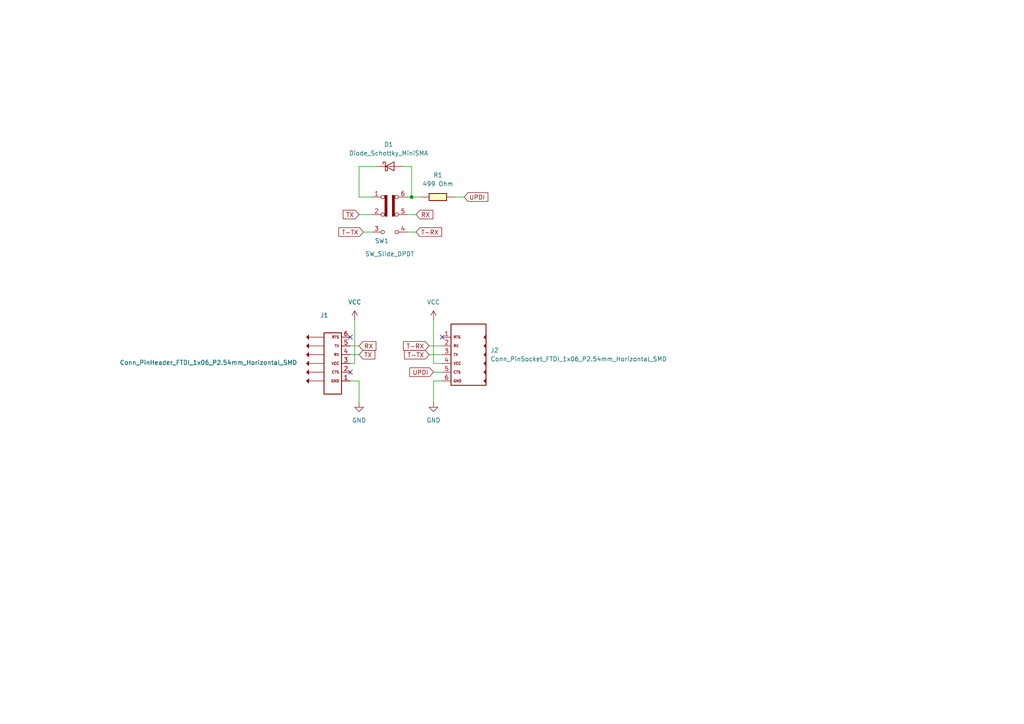
<source format=kicad_sch>
(kicad_sch (version 20250114) (generator "eeschema") (generator_version "9.0")
  (paper "A4")
  (lib_symbols
    (symbol "Switch:SW_Slide_DPDT" (pin_names (offset 0) (hide yes))
      (property "Reference" "SW" (at 0 6.858 0))
      (property "Value" "SW_Slide_DPDT" (at 0 -8.128 0))
      (symbol "SW_Slide_DPDT_0_0"
        (circle (center -2.032 5.08) (radius 0.508))
        (circle (center -2.032 -5.08) (radius 0.508))
        (circle (center 2.032 0) (radius 0.508))
        (circle (center 2.032 -5.08) (radius 0.508))
      )
      (symbol "SW_Slide_DPDT_0_1"
        (circle (center -2.032 0) (radius 0.508))
        (circle (center 2.032 5.08) (radius 0.508))
      )
      (symbol "SW_Slide_DPDT_1_1"
        (rectangle (start -1.397 5.588) (end -0.762 -0.508) (fill (type outline)))
        (rectangle (start 0.762 5.588) (end 1.397 -0.508) (fill (type outline)))
        (pin passive line (at -5.08 5.08 0) (length 2.54) (name "A") (number "1"))
        (pin passive line (at -5.08 0 0) (length 2.54) (name "B") (number "2"))
        (pin passive line (at -5.08 -5.08 0) (length 2.54) (name "C") (number "3"))
        (pin passive line (at 5.08 5.08 180) (length 2.54) (name "C") (number "6"))
        (pin passive line (at 5.08 0 180) (length 2.54) (name "B") (number "5"))
        (pin passive line (at 5.08 -5.08 180) (length 2.54) (name "A") (number "4"))
      )
    )
    (symbol "fab:Conn_PinHeader_FTDI_1x06_P2.54mm_Horizontal_SMD"
      (property "Reference" "J" (at 0 10.16 0))
      (property "Value" "Conn_PinHeader_FTDI_1x06_P2.54mm_Horizontal_SMD" (at 0 -10.16 0))
      (symbol "Conn_PinHeader_FTDI_1x06_P2.54mm_Horizontal_SMD_0_0"
        (polyline (pts (xy 2.54 5.08) (xy 7.62 5.08)))
        (polyline (pts (xy 2.54 2.54) (xy 7.62 2.54)))
        (polyline (pts (xy 2.54 0) (xy 7.62 0)))
        (polyline (pts (xy 2.54 -2.54) (xy 7.62 -2.54)))
        (polyline (pts (xy 2.54 -5.08) (xy 7.62 -5.08)))
        (polyline (pts (xy 2.54 -7.62) (xy 7.62 -7.62)))
        (polyline (pts (xy 6.985 5.715) (xy 7.62 5.08) (xy 6.985 4.445) (xy 6.985 5.715)) (fill (type outline)))
        (polyline (pts (xy 6.985 3.175) (xy 7.62 2.54) (xy 6.985 1.905) (xy 6.985 3.175)) (fill (type outline)))
        (polyline (pts (xy 6.985 0.635) (xy 7.62 0) (xy 6.985 -0.635) (xy 6.985 0.635)) (fill (type outline)))
        (polyline (pts (xy 6.985 -1.905) (xy 7.62 -2.54) (xy 6.985 -3.175) (xy 6.985 -1.905)) (fill (type outline)))
        (polyline (pts (xy 6.985 -4.445) (xy 7.62 -5.08) (xy 6.985 -5.715) (xy 6.985 -4.445)) (fill (type outline)))
        (polyline (pts (xy 6.985 -6.985) (xy 7.62 -7.62) (xy 6.985 -8.255) (xy 6.985 -6.985)) (fill (type outline)))
        (text "GND" (at -1.905 5.08 0) (effects (font (size 0.75 0.75)) (justify left)))
        (text "CTS" (at -1.905 2.54 0) (effects (font (size 0.75 0.75)) (justify left)))
        (text "VCC" (at -1.905 0 0) (effects (font (size 0.75 0.75)) (justify left)))
        (text "RX" (at -1.905 -2.54 0) (effects (font (size 0.75 0.75)) (justify left)))
        (text "TX" (at -1.905 -5.08 0) (effects (font (size 0.75 0.75)) (justify left)))
        (text "RTS" (at -1.905 -7.62 0) (effects (font (size 0.75 0.75)) (justify left)))
      )
      (symbol "Conn_PinHeader_FTDI_1x06_P2.54mm_Horizontal_SMD_1_0"
        (rectangle (start -2.54 8.89) (end 2.54 -8.89) (stroke (width 0.254)))
      )
      (symbol "Conn_PinHeader_FTDI_1x06_P2.54mm_Horizontal_SMD_1_1"
        (pin passive line (at -5.08 5.08 0) (length 2.54) (name "") (number "1"))
        (pin passive line (at -5.08 2.54 0) (length 2.54) (name "") (number "2"))
        (pin passive line (at -5.08 0 0) (length 2.54) (name "") (number "3"))
        (pin passive line (at -5.08 -2.54 0) (length 2.54) (name "") (number "4"))
        (pin passive line (at -5.08 -5.08 0) (length 2.54) (name "") (number "5"))
        (pin passive line (at -5.08 -7.62 0) (length 2.54) (name "") (number "6"))
      )
    )
    (symbol "fab:Conn_PinSocket_FTDI_1x06_P2.54mm_Horizontal_SMD"
      (property "Reference" "J" (at 0 10.16 0))
      (property "Value" "Conn_PinSocket_FTDI_1x06_P2.54mm_Horizontal_SMD" (at 0 -10.16 0))
      (symbol "Conn_PinSocket_FTDI_1x06_P2.54mm_Horizontal_SMD_0_0"
        (polyline (pts (xy -2.286 -7.366) (xy -2.286 -7.366)))
        (polyline (pts (xy 5.08 5.715) (xy 4.445 5.08) (xy 5.08 4.445) (xy 5.08 5.715)) (fill (type outline)))
        (polyline (pts (xy 5.08 3.175) (xy 4.445 2.54) (xy 5.08 1.905) (xy 5.08 3.175)) (fill (type outline)))
        (polyline (pts (xy 5.08 0.635) (xy 4.445 0) (xy 5.08 -0.635) (xy 5.08 0.635)) (fill (type outline)))
        (polyline (pts (xy 5.08 -1.905) (xy 4.445 -2.54) (xy 5.08 -3.175) (xy 5.08 -1.905)) (fill (type outline)))
        (polyline (pts (xy 5.08 -4.445) (xy 4.445 -5.08) (xy 5.08 -5.715) (xy 5.08 -4.445)) (fill (type outline)))
        (polyline (pts (xy 5.08 -6.985) (xy 4.445 -7.62) (xy 5.08 -8.255) (xy 5.08 -6.985)) (fill (type outline)))
        (text "RTS" (at -4.445 5.08 0) (effects (font (size 0.75 0.75)) (justify left)))
        (text "RX" (at -4.445 2.54 0) (effects (font (size 0.75 0.75)) (justify left)))
        (text "TX" (at -4.445 0 0) (effects (font (size 0.75 0.75)) (justify left)))
        (text "VCC" (at -4.445 -2.54 0) (effects (font (size 0.75 0.75)) (justify left)))
        (text "CTS" (at -4.445 -5.08 0) (effects (font (size 0.75 0.75)) (justify left)))
        (text "GND" (at -4.445 -7.62 0) (effects (font (size 0.75 0.75)) (justify left)))
      )
      (symbol "Conn_PinSocket_FTDI_1x06_P2.54mm_Horizontal_SMD_1_1"
        (rectangle (start -5.08 8.89) (end 5.08 -8.89) (stroke (width 0.254)))
        (pin passive line (at -7.62 5.08 0) (length 2.54) (name "") (number "1"))
        (pin passive line (at -7.62 2.54 0) (length 2.54) (name "") (number "2"))
        (pin passive line (at -7.62 0 0) (length 2.54) (name "") (number "3"))
        (pin passive line (at -7.62 -2.54 0) (length 2.54) (name "") (number "4"))
        (pin passive line (at -7.62 -5.08 0) (length 2.54) (name "") (number "5"))
        (pin passive line (at -7.62 -7.62 0) (length 2.54) (name "") (number "6"))
      )
    )
    (symbol "fab:Diode_Schottky_MiniSMA" (pin_numbers (hide yes)) (pin_names (offset 1.016) (hide yes))
      (property "Reference" "D" (at 0 2.54 0))
      (property "Value" "Diode_Schottky_MiniSMA" (at 0 -2.54 0))
      (symbol "Diode_Schottky_MiniSMA_0_1"
        (polyline (pts (xy -1.905 0.635) (xy -1.905 1.27) (xy -1.27 1.27) (xy -1.27 -1.27) (xy -0.635 -1.27) (xy -0.635 -0.635)) (stroke (width 0.2032)))
        (polyline (pts (xy 1.27 1.27) (xy 1.27 -1.27) (xy -1.27 0) (xy 1.27 1.27)) (stroke (width 0.2032)))
        (polyline (pts (xy 1.27 0) (xy -1.27 0)))
      )
      (symbol "Diode_Schottky_MiniSMA_1_1"
        (pin passive line (at -3.81 0 0) (length 2.54) (name "K") (number "1"))
        (pin passive line (at 3.81 0 180) (length 2.54) (name "A") (number "2"))
      )
    )
    (symbol "fab:R_1206" (pin_numbers (hide yes)) (pin_names (offset 0))
      (property "Reference" "R" (at 2.54 0 90))
      (property "Value" "R_1206" (at -2.54 0 90))
      (symbol "R_1206_0_1"
        (rectangle (start -1.016 -2.54) (end 1.016 2.54) (stroke (width 0.254)) (fill (type background)))
      )
      (symbol "R_1206_1_1"
        (pin passive line (at 0 5.08 270) (length 2.54) (name "~") (number "1"))
        (pin passive line (at 0 -5.08 90) (length 2.54) (name "~") (number "2"))
      )
    )
    (symbol "power:GND" (power) (pin_numbers (hide yes)) (pin_names (offset 0) (hide yes))
      (property "Value" "GND" (at 0 -3.81 0))
      (symbol "GND_0_1"
        (polyline (pts (xy 0 0) (xy 0 -1.27) (xy 1.27 -1.27) (xy 0 -2.54) (xy -1.27 -1.27) (xy 0 -1.27)))
      )
      (symbol "GND_1_1"
        (pin power_in line (at 0 0 270) (length 0) (name "~") (number "1"))
      )
    )
    (symbol "power:VCC" (power) (pin_numbers (hide yes)) (pin_names (offset 0) (hide yes))
      (property "Value" "VCC" (at 0 3.556 0))
      (symbol "VCC_0_1"
        (polyline (pts (xy -0.762 1.27) (xy 0 2.54)))
        (polyline (pts (xy 0 2.54) (xy 0.762 1.27)))
        (polyline (pts (xy 0 0) (xy 0 2.54)))
      )
      (symbol "VCC_1_1"
        (pin power_in line (at 0 0 90) (length 0) (name "~") (number "1"))
      )
    )
  )
  (junction (at 119.38 57.15))
  (no_connect (at 101.6 107.95))
  (no_connect (at 101.6 97.79))
  (no_connect (at 128.27 97.79))
  (wire (pts (xy 128.27 110.49) (xy 125.73 110.49)))
  (wire (pts (xy 104.14 110.49) (xy 101.6 110.49)))
  (wire (pts (xy 104.14 62.23) (xy 107.95 62.23)))
  (wire (pts (xy 125.73 105.41) (xy 128.27 105.41)))
  (wire (pts (xy 119.38 48.26) (xy 119.38 57.15)))
  (wire (pts (xy 109.22 48.26) (xy 104.14 48.26)))
  (wire (pts (xy 118.11 62.23) (xy 120.65 62.23)))
  (wire (pts (xy 125.73 107.95) (xy 128.27 107.95)))
  (wire (pts (xy 134.62 57.15) (xy 132.08 57.15)))
  (wire (pts (xy 104.14 57.15) (xy 107.95 57.15)))
  (wire (pts (xy 104.14 100.33) (xy 101.6 100.33)))
  (wire (pts (xy 119.38 57.15) (xy 118.11 57.15)))
  (wire (pts (xy 124.46 100.33) (xy 128.27 100.33)))
  (wire (pts (xy 104.14 48.26) (xy 104.14 57.15)))
  (wire (pts (xy 121.92 57.15) (xy 119.38 57.15)))
  (wire (pts (xy 105.41 67.31) (xy 107.95 67.31)))
  (wire (pts (xy 104.14 116.84) (xy 104.14 110.49)))
  (wire (pts (xy 124.46 102.87) (xy 128.27 102.87)))
  (wire (pts (xy 102.87 105.41) (xy 101.6 105.41)))
  (wire (pts (xy 120.65 67.31) (xy 118.11 67.31)))
  (wire (pts (xy 125.73 110.49) (xy 125.73 116.84)))
  (wire (pts (xy 116.84 48.26) (xy 119.38 48.26)))
  (wire (pts (xy 125.73 92.71) (xy 125.73 105.41)))
  (wire (pts (xy 102.87 92.71) (xy 102.87 105.41)))
  (wire (pts (xy 104.14 102.87) (xy 101.6 102.87)))
  (global_label "RX" (shape input) (at 104.14 100.33 0) (property "Intersheetrefs" "${INTERSHEET_REFS}" (effects (hide yes))))
  (global_label "T-RX" (shape input) (at 124.46 100.33 180) (property "Intersheetrefs" "${INTERSHEET_REFS}" (effects (hide yes))))
  (global_label "TX" (shape input) (at 104.14 102.87 0) (property "Intersheetrefs" "${INTERSHEET_REFS}" (effects (hide yes))))
  (global_label "UPDI" (shape input) (at 134.62 57.15 0) (property "Intersheetrefs" "${INTERSHEET_REFS}" (effects (hide yes))))
  (global_label "RX" (shape input) (at 120.65 62.23 0) (property "Intersheetrefs" "${INTERSHEET_REFS}" (effects (hide yes))))
  (global_label "T-TX" (shape input) (at 124.46 102.87 180) (property "Intersheetrefs" "${INTERSHEET_REFS}" (effects (hide yes))))
  (global_label "UPDI" (shape input) (at 125.73 107.95 180) (property "Intersheetrefs" "${INTERSHEET_REFS}" (effects (hide yes))))
  (global_label "T-RX" (shape input) (at 120.65 67.31 0) (property "Intersheetrefs" "${INTERSHEET_REFS}" (effects (hide yes))))
  (global_label "T-TX" (shape input) (at 105.41 67.31 180) (property "Intersheetrefs" "${INTERSHEET_REFS}" (effects (hide yes))))
  (global_label "TX" (shape input) (at 104.14 62.23 180) (property "Intersheetrefs" "${INTERSHEET_REFS}" (effects (hide yes))))
  (symbol (lib_id "power:GND") (at 104.14 116.84 0) (unit 1)
    (property "Reference" "#PWR01" (effects (hide yes)))
    (property "Value" "GND" (at 104.14 121.92 0))
    (property "Description" "Power symbol creates a global label with name \"GND\" , ground" (effects (hide yes)))
  )
  (symbol (lib_id "fab:Conn_PinSocket_FTDI_1x06_P2.54mm_Horizontal_SMD") (at 135.89 102.87 0) (unit 1)
    (property "Reference" "J2" (at 142.24 101.5999 0) (effects (justify left)))
    (property "Value" "Conn_PinSocket_FTDI_1x06_P2.54mm_Horizontal_SMD" (at 142.24 104.1399 0) (effects (justify left)))
    (property "Footprint" "fab:PinSocket_1x06_P2.54mm_Horizontal_SMD" (effects (hide yes)))
    (property "Description" "FTDI socket connector, usually used on the host side, such as the USB-to-Serial bridge" (effects (hide yes)))
  )
  (symbol (lib_id "fab:Diode_Schottky_MiniSMA") (at 113.03 48.26 0) (unit 1)
    (property "Reference" "D1" (at 112.7125 41.91 0))
    (property "Value" "Diode_Schottky_MiniSMA" (at 112.7125 44.45 0))
    (property "Footprint" "fab:Diode_Schottky_MiniSMA" (effects (hide yes)))
    (property "Datasheet" "https://www.st.com/content/ccc/resource/technical/document/datasheet/c6/32/d4/4a/28/d3/4b/11/CD00004930.pdf/files/CD00004930.pdf/jcr:content/translations/en.CD00004930.pdf" (effects (hide yes)))
    (property "Description" "Schottky diode with Mini-SMA footprint" (effects (hide yes)))
  )
  (symbol (lib_id "fab:R_1206") (at 127 57.15 90) (unit 1)
    (property "Reference" "R1" (at 127 50.8 90))
    (property "Value" "499 Ohm" (at 127 53.34 90))
    (property "Footprint" "fab:R_1206" (effects (hide yes)))
    (property "Description" "Resistor" (effects (hide yes)))
  )
  (symbol (lib_id "power:VCC") (at 102.87 92.71 0) (unit 1)
    (property "Reference" "#PWR03" (effects (hide yes)))
    (property "Value" "VCC" (at 102.87 87.63 0))
    (property "Description" "Power symbol creates a global label with name \"VCC\"" (effects (hide yes)))
  )
  (symbol (lib_id "fab:Conn_PinHeader_FTDI_1x06_P2.54mm_Horizontal_SMD") (at 96.52 105.41 180) (unit 1)
    (property "Reference" "J1" (at 94.0435 91.44 0))
    (property "Value" "Conn_PinHeader_FTDI_1x06_P2.54mm_Horizontal_SMD" (at 60.452 105.156 0))
    (property "Footprint" "fab:PinHeader_1x06_P2.54mm_Horizontal_SMD" (effects (hide yes)))
    (property "Description" "FTDI header connector, usually used on the target board side" (effects (hide yes)))
  )
  (symbol (lib_id "power:GND") (at 125.73 116.84 0) (unit 1)
    (property "Reference" "#PWR02" (effects (hide yes)))
    (property "Value" "GND" (at 125.73 121.92 0))
    (property "Description" "Power symbol creates a global label with name \"GND\" , ground" (effects (hide yes)))
  )
  (symbol (lib_id "power:VCC") (at 125.73 92.71 0) (unit 1)
    (property "Reference" "#PWR04" (effects (hide yes)))
    (property "Value" "VCC" (at 125.73 87.63 0))
    (property "Description" "Power symbol creates a global label with name \"VCC\"" (effects (hide yes)))
  )
  (symbol (lib_id "Switch:SW_Slide_DPDT") (at 113.03 62.23 0) (unit 1)
    (property "Reference" "SW1" (at 110.744 69.85 0))
    (property "Value" "SW_Slide_DPDT" (at 113.03 73.66 0))
    (property "Footprint" "fab:SW_JS202011SCQN" (effects (hide yes)))
    (property "Description" "Slide Switch, dual pole double throw" (effects (hide yes)))
  )
)
</source>
